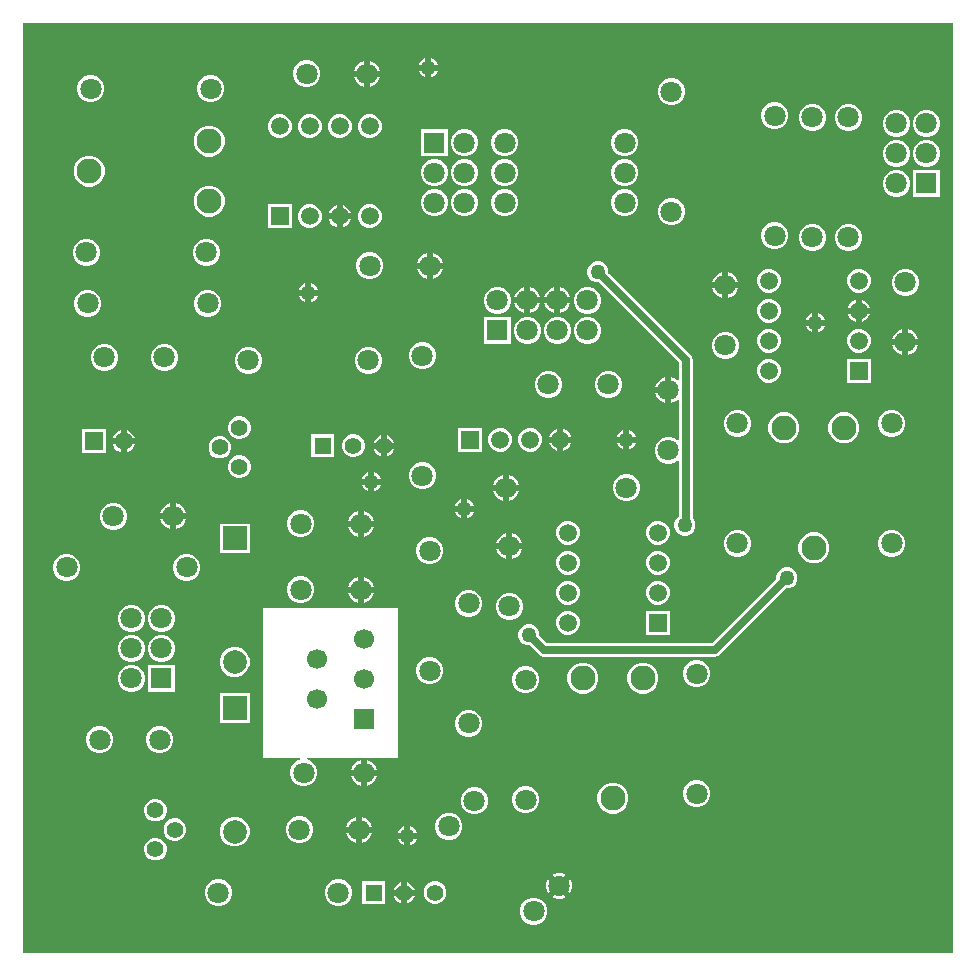
<source format=gbr>
%TF.GenerationSoftware,Altium Limited,Altium Designer,22.4.2 (48)*%
G04 Layer_Physical_Order=1*
G04 Layer_Color=255*
%FSLAX45Y45*%
%MOMM*%
%TF.SameCoordinates,99241487-3E5C-49DD-A6E2-B0988CEEC4B7*%
%TF.FilePolarity,Positive*%
%TF.FileFunction,Copper,L1,Top,Signal*%
%TF.Part,Single*%
G01*
G75*
%TA.AperFunction,Conductor*%
%ADD10C,0.63500*%
%TA.AperFunction,ComponentPad*%
%ADD11C,1.80000*%
%ADD12C,1.39700*%
%ADD13R,1.50000X1.50000*%
%ADD14C,1.50000*%
%ADD15R,1.40000X1.40000*%
%ADD16C,1.40000*%
%ADD17C,1.70000*%
%ADD18R,1.70000X1.70000*%
%ADD19R,1.80000X1.80000*%
%ADD20C,2.10820*%
%ADD21R,1.50000X1.50000*%
%ADD22C,2.00000*%
%ADD23R,2.00000X2.00000*%
%ADD24R,1.80000X1.80000*%
%TA.AperFunction,ViaPad*%
%ADD25C,1.27000*%
G36*
X7874000Y0D02*
X0D01*
Y7874000D01*
X7874000D01*
Y0D01*
D02*
G37*
%LPC*%
G36*
X3454000Y7573024D02*
Y7518000D01*
X3509024D01*
X3499788Y7540299D01*
X3476299Y7563788D01*
X3454000Y7573024D01*
D02*
G37*
G36*
X3404000D02*
X3381701Y7563788D01*
X3358212Y7540299D01*
X3348976Y7518000D01*
X3404000D01*
Y7573024D01*
D02*
G37*
G36*
X2933300Y7550908D02*
Y7467200D01*
X3017008D01*
X3001553Y7504510D01*
X2970610Y7535453D01*
X2933300Y7550908D01*
D02*
G37*
G36*
X2883300D02*
X2845990Y7535453D01*
X2815047Y7504510D01*
X2799592Y7467200D01*
X2883300D01*
Y7550908D01*
D02*
G37*
G36*
X3509024Y7468000D02*
X3454000D01*
Y7412976D01*
X3476299Y7422212D01*
X3499788Y7445701D01*
X3509024Y7468000D01*
D02*
G37*
G36*
X3404000D02*
X3348976D01*
X3358212Y7445701D01*
X3381701Y7422212D01*
X3404000Y7412976D01*
Y7468000D01*
D02*
G37*
G36*
X3017008Y7417200D02*
X2933300D01*
Y7333492D01*
X2970610Y7348947D01*
X3001553Y7379890D01*
X3017008Y7417200D01*
D02*
G37*
G36*
X2883300D02*
X2799592D01*
X2815047Y7379890D01*
X2845990Y7348947D01*
X2883300Y7333492D01*
Y7417200D01*
D02*
G37*
G36*
X2423254Y7557600D02*
X2377346D01*
X2334931Y7540031D01*
X2302469Y7507569D01*
X2284900Y7465154D01*
Y7419246D01*
X2302469Y7376831D01*
X2334931Y7344369D01*
X2377346Y7326800D01*
X2423254D01*
X2465669Y7344369D01*
X2498131Y7376831D01*
X2515700Y7419246D01*
Y7465154D01*
X2498131Y7507569D01*
X2465669Y7540031D01*
X2423254Y7557600D01*
D02*
G37*
G36*
X1610454Y7430600D02*
X1564545D01*
X1522131Y7413031D01*
X1489669Y7380569D01*
X1472100Y7338154D01*
Y7292246D01*
X1489669Y7249831D01*
X1522131Y7217369D01*
X1564545Y7199800D01*
X1610454D01*
X1652868Y7217369D01*
X1685331Y7249831D01*
X1702900Y7292246D01*
Y7338154D01*
X1685331Y7380569D01*
X1652868Y7413031D01*
X1610454Y7430600D01*
D02*
G37*
G36*
X594454D02*
X548546D01*
X506131Y7413031D01*
X473669Y7380569D01*
X456100Y7338154D01*
Y7292246D01*
X473669Y7249831D01*
X506131Y7217369D01*
X548546Y7199800D01*
X594454D01*
X636869Y7217369D01*
X669331Y7249831D01*
X686900Y7292246D01*
Y7338154D01*
X669331Y7380569D01*
X636869Y7413031D01*
X594454Y7430600D01*
D02*
G37*
G36*
X5509354Y7405200D02*
X5463446D01*
X5421031Y7387631D01*
X5388569Y7355169D01*
X5371000Y7312755D01*
Y7266846D01*
X5388569Y7224432D01*
X5421031Y7191969D01*
X5463446Y7174400D01*
X5509354D01*
X5551769Y7191969D01*
X5584231Y7224432D01*
X5601800Y7266846D01*
Y7312755D01*
X5584231Y7355169D01*
X5551769Y7387631D01*
X5509354Y7405200D01*
D02*
G37*
G36*
X6385654Y7202000D02*
X6339745D01*
X6297331Y7184431D01*
X6264869Y7151969D01*
X6247300Y7109555D01*
Y7063646D01*
X6264869Y7021232D01*
X6297331Y6988769D01*
X6339745Y6971200D01*
X6385654D01*
X6428068Y6988769D01*
X6460531Y7021232D01*
X6478100Y7063646D01*
Y7109555D01*
X6460531Y7151969D01*
X6428068Y7184431D01*
X6385654Y7202000D01*
D02*
G37*
G36*
X7007954Y7189300D02*
X6962046D01*
X6919631Y7171731D01*
X6887169Y7139269D01*
X6869600Y7096855D01*
Y7050946D01*
X6887169Y7008532D01*
X6919631Y6976069D01*
X6962046Y6958500D01*
X7007954D01*
X7050369Y6976069D01*
X7082831Y7008532D01*
X7100400Y7050946D01*
Y7096855D01*
X7082831Y7139269D01*
X7050369Y7171731D01*
X7007954Y7189300D01*
D02*
G37*
G36*
X6703154D02*
X6657246D01*
X6614831Y7171731D01*
X6582369Y7139269D01*
X6564800Y7096855D01*
Y7050946D01*
X6582369Y7008532D01*
X6614831Y6976069D01*
X6657246Y6958500D01*
X6703154D01*
X6745569Y6976069D01*
X6778031Y7008532D01*
X6795600Y7050946D01*
Y7096855D01*
X6778031Y7139269D01*
X6745569Y7171731D01*
X6703154Y7189300D01*
D02*
G37*
G36*
X7668354Y7138500D02*
X7622446D01*
X7580031Y7120931D01*
X7547569Y7088469D01*
X7530000Y7046054D01*
Y7000146D01*
X7547569Y6957731D01*
X7580031Y6925269D01*
X7622446Y6907700D01*
X7668354D01*
X7710769Y6925269D01*
X7743231Y6957731D01*
X7760800Y7000146D01*
Y7046054D01*
X7743231Y7088469D01*
X7710769Y7120931D01*
X7668354Y7138500D01*
D02*
G37*
G36*
X7414354D02*
X7368445D01*
X7326031Y7120931D01*
X7293569Y7088469D01*
X7276000Y7046054D01*
Y7000146D01*
X7293569Y6957731D01*
X7326031Y6925269D01*
X7368445Y6907700D01*
X7414354D01*
X7456768Y6925269D01*
X7489231Y6957731D01*
X7506800Y7000146D01*
Y7046054D01*
X7489231Y7088469D01*
X7456768Y7120931D01*
X7414354Y7138500D01*
D02*
G37*
G36*
X2953671Y7098100D02*
X2913729D01*
X2876828Y7082815D01*
X2848585Y7054572D01*
X2833300Y7017671D01*
Y6977729D01*
X2848585Y6940828D01*
X2876828Y6912585D01*
X2913729Y6897300D01*
X2953671D01*
X2990572Y6912585D01*
X3018815Y6940828D01*
X3034100Y6977729D01*
Y7017671D01*
X3018815Y7054572D01*
X2990572Y7082815D01*
X2953671Y7098100D01*
D02*
G37*
G36*
X2699671D02*
X2659729D01*
X2622828Y7082815D01*
X2594585Y7054572D01*
X2579300Y7017671D01*
Y6977729D01*
X2594585Y6940828D01*
X2622828Y6912585D01*
X2659729Y6897300D01*
X2699671D01*
X2736572Y6912585D01*
X2764815Y6940828D01*
X2780100Y6977729D01*
Y7017671D01*
X2764815Y7054572D01*
X2736572Y7082815D01*
X2699671Y7098100D01*
D02*
G37*
G36*
X2445671D02*
X2405729D01*
X2368828Y7082815D01*
X2340585Y7054572D01*
X2325300Y7017671D01*
Y6977729D01*
X2340585Y6940828D01*
X2368828Y6912585D01*
X2405729Y6897300D01*
X2445671D01*
X2482572Y6912585D01*
X2510815Y6940828D01*
X2526100Y6977729D01*
Y7017671D01*
X2510815Y7054572D01*
X2482572Y7082815D01*
X2445671Y7098100D01*
D02*
G37*
G36*
X2191671D02*
X2151729D01*
X2114828Y7082815D01*
X2086585Y7054572D01*
X2071300Y7017671D01*
Y6977729D01*
X2086585Y6940828D01*
X2114828Y6912585D01*
X2151729Y6897300D01*
X2191671D01*
X2228572Y6912585D01*
X2256815Y6940828D01*
X2272100Y6977729D01*
Y7017671D01*
X2256815Y7054572D01*
X2228572Y7082815D01*
X2191671Y7098100D01*
D02*
G37*
G36*
X5115655Y6973400D02*
X5069746D01*
X5027332Y6955831D01*
X4994869Y6923369D01*
X4977300Y6880954D01*
Y6835046D01*
X4994869Y6792631D01*
X5027332Y6760169D01*
X5069746Y6742600D01*
X5115655D01*
X5158069Y6760169D01*
X5190531Y6792631D01*
X5208100Y6835046D01*
Y6880954D01*
X5190531Y6923369D01*
X5158069Y6955831D01*
X5115655Y6973400D01*
D02*
G37*
G36*
X4099654D02*
X4053745D01*
X4011331Y6955831D01*
X3978869Y6923369D01*
X3961300Y6880954D01*
Y6835046D01*
X3978869Y6792631D01*
X4011331Y6760169D01*
X4053745Y6742600D01*
X4099654D01*
X4142068Y6760169D01*
X4174531Y6792631D01*
X4192100Y6835046D01*
Y6880954D01*
X4174531Y6923369D01*
X4142068Y6955831D01*
X4099654Y6973400D01*
D02*
G37*
G36*
X3756754D02*
X3710846D01*
X3668431Y6955831D01*
X3635969Y6923369D01*
X3618400Y6880954D01*
Y6835046D01*
X3635969Y6792631D01*
X3668431Y6760169D01*
X3710846Y6742600D01*
X3756754D01*
X3799169Y6760169D01*
X3831631Y6792631D01*
X3849200Y6835046D01*
Y6880954D01*
X3831631Y6923369D01*
X3799169Y6955831D01*
X3756754Y6973400D01*
D02*
G37*
G36*
X3595200D02*
X3364400D01*
Y6742600D01*
X3595200D01*
Y6973400D01*
D02*
G37*
G36*
X1600820Y7001510D02*
X1548780D01*
X1500702Y6981595D01*
X1463905Y6944798D01*
X1443990Y6896720D01*
Y6844680D01*
X1463905Y6796602D01*
X1500702Y6759805D01*
X1548780Y6739890D01*
X1600820D01*
X1648898Y6759805D01*
X1685695Y6796602D01*
X1705610Y6844680D01*
Y6896720D01*
X1685695Y6944798D01*
X1648898Y6981595D01*
X1600820Y7001510D01*
D02*
G37*
G36*
X7668354Y6884500D02*
X7622446D01*
X7580031Y6866931D01*
X7547569Y6834469D01*
X7530000Y6792054D01*
Y6746146D01*
X7547569Y6703731D01*
X7580031Y6671269D01*
X7622446Y6653700D01*
X7668354D01*
X7710769Y6671269D01*
X7743231Y6703731D01*
X7760800Y6746146D01*
Y6792054D01*
X7743231Y6834469D01*
X7710769Y6866931D01*
X7668354Y6884500D01*
D02*
G37*
G36*
X7414354D02*
X7368446D01*
X7326031Y6866931D01*
X7293569Y6834469D01*
X7276000Y6792054D01*
Y6746146D01*
X7293569Y6703731D01*
X7326031Y6671269D01*
X7368446Y6653700D01*
X7414354D01*
X7456769Y6671269D01*
X7489231Y6703731D01*
X7506800Y6746146D01*
Y6792054D01*
X7489231Y6834469D01*
X7456769Y6866931D01*
X7414354Y6884500D01*
D02*
G37*
G36*
X5115655Y6719400D02*
X5069746D01*
X5027332Y6701831D01*
X4994869Y6669369D01*
X4977300Y6626954D01*
Y6581046D01*
X4994869Y6538631D01*
X5027332Y6506169D01*
X5069746Y6488600D01*
X5115655D01*
X5158069Y6506169D01*
X5190531Y6538631D01*
X5208100Y6581046D01*
Y6626954D01*
X5190531Y6669369D01*
X5158069Y6701831D01*
X5115655Y6719400D01*
D02*
G37*
G36*
X4099654D02*
X4053745D01*
X4011331Y6701831D01*
X3978869Y6669369D01*
X3961300Y6626954D01*
Y6581046D01*
X3978869Y6538631D01*
X4011331Y6506169D01*
X4053745Y6488600D01*
X4099654D01*
X4142068Y6506169D01*
X4174531Y6538631D01*
X4192100Y6581046D01*
Y6626954D01*
X4174531Y6669369D01*
X4142068Y6701831D01*
X4099654Y6719400D01*
D02*
G37*
G36*
X3756754D02*
X3710846D01*
X3668431Y6701831D01*
X3635969Y6669369D01*
X3618400Y6626954D01*
Y6581046D01*
X3635969Y6538631D01*
X3668431Y6506169D01*
X3710846Y6488600D01*
X3756754D01*
X3799169Y6506169D01*
X3831631Y6538631D01*
X3849200Y6581046D01*
Y6626954D01*
X3831631Y6669369D01*
X3799169Y6701831D01*
X3756754Y6719400D01*
D02*
G37*
G36*
X3502754D02*
X3456846D01*
X3414431Y6701831D01*
X3381969Y6669369D01*
X3364400Y6626954D01*
Y6581046D01*
X3381969Y6538631D01*
X3414431Y6506169D01*
X3456846Y6488600D01*
X3502754D01*
X3545169Y6506169D01*
X3577631Y6538631D01*
X3595200Y6581046D01*
Y6626954D01*
X3577631Y6669369D01*
X3545169Y6701831D01*
X3502754Y6719400D01*
D02*
G37*
G36*
X584820Y6747510D02*
X532780D01*
X484702Y6727595D01*
X447905Y6690798D01*
X427990Y6642720D01*
Y6590680D01*
X447905Y6542602D01*
X484702Y6505805D01*
X532780Y6485890D01*
X584820D01*
X632898Y6505805D01*
X669695Y6542602D01*
X689610Y6590680D01*
Y6642720D01*
X669695Y6690798D01*
X632898Y6727595D01*
X584820Y6747510D01*
D02*
G37*
G36*
X7414354Y6630500D02*
X7368446D01*
X7326031Y6612931D01*
X7293569Y6580469D01*
X7276000Y6538054D01*
Y6492146D01*
X7293569Y6449731D01*
X7326031Y6417269D01*
X7368446Y6399700D01*
X7414354D01*
X7456769Y6417269D01*
X7489231Y6449731D01*
X7506800Y6492146D01*
Y6538054D01*
X7489231Y6580469D01*
X7456769Y6612931D01*
X7414354Y6630500D01*
D02*
G37*
G36*
X7760800Y6630500D02*
X7530000D01*
Y6399700D01*
X7760800D01*
Y6630500D01*
D02*
G37*
G36*
X2704700Y6328172D02*
Y6260700D01*
X2772172D01*
X2760237Y6289513D01*
X2733513Y6316237D01*
X2704700Y6328172D01*
D02*
G37*
G36*
X2654700D02*
X2625887Y6316237D01*
X2599163Y6289513D01*
X2587228Y6260700D01*
X2654700D01*
Y6328172D01*
D02*
G37*
G36*
X5115655Y6465400D02*
X5069746D01*
X5027332Y6447831D01*
X4994869Y6415369D01*
X4977300Y6372954D01*
Y6327046D01*
X4994869Y6284631D01*
X5027332Y6252169D01*
X5069746Y6234600D01*
X5115655D01*
X5158069Y6252169D01*
X5190531Y6284631D01*
X5208100Y6327046D01*
Y6372954D01*
X5190531Y6415369D01*
X5158069Y6447831D01*
X5115655Y6465400D01*
D02*
G37*
G36*
X4099654D02*
X4053745D01*
X4011331Y6447831D01*
X3978869Y6415369D01*
X3961300Y6372954D01*
Y6327046D01*
X3978869Y6284631D01*
X4011331Y6252169D01*
X4053745Y6234600D01*
X4099654D01*
X4142068Y6252169D01*
X4174531Y6284631D01*
X4192100Y6327046D01*
Y6372954D01*
X4174531Y6415369D01*
X4142068Y6447831D01*
X4099654Y6465400D01*
D02*
G37*
G36*
X3756754D02*
X3710846D01*
X3668431Y6447831D01*
X3635969Y6415369D01*
X3618400Y6372954D01*
Y6327046D01*
X3635969Y6284631D01*
X3668431Y6252169D01*
X3710846Y6234600D01*
X3756754D01*
X3799169Y6252169D01*
X3831631Y6284631D01*
X3849200Y6327046D01*
Y6372954D01*
X3831631Y6415369D01*
X3799169Y6447831D01*
X3756754Y6465400D01*
D02*
G37*
G36*
X3502754D02*
X3456846D01*
X3414431Y6447831D01*
X3381969Y6415369D01*
X3364400Y6372954D01*
Y6327046D01*
X3381969Y6284631D01*
X3414431Y6252169D01*
X3456846Y6234600D01*
X3502754D01*
X3545169Y6252169D01*
X3577631Y6284631D01*
X3595200Y6327046D01*
Y6372954D01*
X3577631Y6415369D01*
X3545169Y6447831D01*
X3502754Y6465400D01*
D02*
G37*
G36*
X1600820Y6493510D02*
X1548780D01*
X1500702Y6473595D01*
X1463905Y6436798D01*
X1443990Y6388720D01*
Y6336680D01*
X1463905Y6288602D01*
X1500702Y6251805D01*
X1548780Y6231890D01*
X1600820D01*
X1648898Y6251805D01*
X1685695Y6288602D01*
X1705610Y6336680D01*
Y6388720D01*
X1685695Y6436798D01*
X1648898Y6473595D01*
X1600820Y6493510D01*
D02*
G37*
G36*
X5509354Y6389200D02*
X5463446D01*
X5421031Y6371631D01*
X5388569Y6339168D01*
X5371000Y6296754D01*
Y6250845D01*
X5388569Y6208431D01*
X5421031Y6175969D01*
X5463446Y6158400D01*
X5509354D01*
X5551769Y6175969D01*
X5584231Y6208431D01*
X5601800Y6250845D01*
Y6296754D01*
X5584231Y6339168D01*
X5551769Y6371631D01*
X5509354Y6389200D01*
D02*
G37*
G36*
X2772172Y6210700D02*
X2704700D01*
Y6143228D01*
X2733513Y6155163D01*
X2760237Y6181887D01*
X2772172Y6210700D01*
D02*
G37*
G36*
X2654700D02*
X2587228D01*
X2599163Y6181887D01*
X2625887Y6155163D01*
X2654700Y6143228D01*
Y6210700D01*
D02*
G37*
G36*
X2953671Y6336100D02*
X2913729D01*
X2876828Y6320815D01*
X2848585Y6292572D01*
X2833300Y6255671D01*
Y6215729D01*
X2848585Y6178828D01*
X2876828Y6150585D01*
X2913729Y6135300D01*
X2953671D01*
X2990572Y6150585D01*
X3018815Y6178828D01*
X3034100Y6215729D01*
Y6255671D01*
X3018815Y6292572D01*
X2990572Y6320815D01*
X2953671Y6336100D01*
D02*
G37*
G36*
X2445671D02*
X2405729D01*
X2368828Y6320815D01*
X2340585Y6292572D01*
X2325300Y6255671D01*
Y6215729D01*
X2340585Y6178828D01*
X2368828Y6150585D01*
X2405729Y6135300D01*
X2445671D01*
X2482572Y6150585D01*
X2510815Y6178828D01*
X2526100Y6215729D01*
Y6255671D01*
X2510815Y6292572D01*
X2482572Y6320815D01*
X2445671Y6336100D01*
D02*
G37*
G36*
X2272100D02*
X2071300D01*
Y6135300D01*
X2272100D01*
Y6336100D01*
D02*
G37*
G36*
X6385654Y6186000D02*
X6339746D01*
X6297331Y6168431D01*
X6264869Y6135968D01*
X6247300Y6093554D01*
Y6047645D01*
X6264869Y6005231D01*
X6297331Y5972769D01*
X6339746Y5955200D01*
X6385654D01*
X6428069Y5972769D01*
X6460531Y6005231D01*
X6478100Y6047645D01*
Y6093554D01*
X6460531Y6135968D01*
X6428069Y6168431D01*
X6385654Y6186000D01*
D02*
G37*
G36*
X7007954Y6173300D02*
X6962046D01*
X6919631Y6155731D01*
X6887169Y6123268D01*
X6869600Y6080854D01*
Y6034945D01*
X6887169Y5992531D01*
X6919631Y5960069D01*
X6962046Y5942500D01*
X7007954D01*
X7050369Y5960069D01*
X7082831Y5992531D01*
X7100400Y6034945D01*
Y6080854D01*
X7082831Y6123268D01*
X7050369Y6155731D01*
X7007954Y6173300D01*
D02*
G37*
G36*
X6703154D02*
X6657246D01*
X6614831Y6155731D01*
X6582369Y6123268D01*
X6564800Y6080854D01*
Y6034945D01*
X6582369Y5992531D01*
X6614831Y5960069D01*
X6657246Y5942500D01*
X6703154D01*
X6745569Y5960069D01*
X6778031Y5992531D01*
X6795600Y6034945D01*
Y6080854D01*
X6778031Y6123268D01*
X6745569Y6155731D01*
X6703154Y6173300D01*
D02*
G37*
G36*
X3466700Y5925308D02*
Y5841600D01*
X3550408D01*
X3534953Y5878910D01*
X3504010Y5909853D01*
X3466700Y5925308D01*
D02*
G37*
G36*
X3416700D02*
X3379390Y5909853D01*
X3348447Y5878910D01*
X3332992Y5841600D01*
X3416700D01*
Y5925308D01*
D02*
G37*
G36*
X556354Y6046300D02*
X510445D01*
X468031Y6028731D01*
X435569Y5996269D01*
X418000Y5953855D01*
Y5907946D01*
X435569Y5865532D01*
X468031Y5833069D01*
X510445Y5815500D01*
X556354D01*
X598768Y5833069D01*
X631231Y5865532D01*
X648800Y5907946D01*
Y5953855D01*
X631231Y5996269D01*
X598768Y6028731D01*
X556354Y6046300D01*
D02*
G37*
G36*
X1572354Y6046300D02*
X1526445D01*
X1484031Y6028731D01*
X1451569Y5996269D01*
X1434000Y5953854D01*
Y5907946D01*
X1451569Y5865531D01*
X1484031Y5833069D01*
X1526445Y5815500D01*
X1572354D01*
X1614768Y5833069D01*
X1647231Y5865531D01*
X1664800Y5907946D01*
Y5953854D01*
X1647231Y5996269D01*
X1614768Y6028731D01*
X1572354Y6046300D01*
D02*
G37*
G36*
X3550408Y5791600D02*
X3466700D01*
Y5707892D01*
X3504010Y5723347D01*
X3534953Y5754290D01*
X3550408Y5791600D01*
D02*
G37*
G36*
X3416700D02*
X3332992D01*
X3348447Y5754290D01*
X3379390Y5723347D01*
X3416700Y5707892D01*
Y5791600D01*
D02*
G37*
G36*
X2956654Y5932000D02*
X2910746D01*
X2868331Y5914431D01*
X2835869Y5881969D01*
X2818300Y5839554D01*
Y5793646D01*
X2835869Y5751231D01*
X2868331Y5718769D01*
X2910746Y5701200D01*
X2956654D01*
X2999069Y5718769D01*
X3031531Y5751231D01*
X3049100Y5793646D01*
Y5839554D01*
X3031531Y5881969D01*
X2999069Y5914431D01*
X2956654Y5932000D01*
D02*
G37*
G36*
X5968600Y5760208D02*
Y5676500D01*
X6052308D01*
X6036853Y5713810D01*
X6005910Y5744753D01*
X5968600Y5760208D01*
D02*
G37*
G36*
X5918600D02*
X5881290Y5744753D01*
X5850347Y5713810D01*
X5834892Y5676500D01*
X5918600D01*
Y5760208D01*
D02*
G37*
G36*
X2438000Y5668024D02*
Y5613000D01*
X2493024D01*
X2483788Y5635299D01*
X2460299Y5658788D01*
X2438000Y5668024D01*
D02*
G37*
G36*
X2388000D02*
X2365701Y5658788D01*
X2342212Y5635299D01*
X2332976Y5613000D01*
X2388000D01*
Y5668024D01*
D02*
G37*
G36*
X7093870Y5790000D02*
X7053929D01*
X7017028Y5774715D01*
X6988785Y5746472D01*
X6973500Y5709571D01*
Y5669629D01*
X6988785Y5632728D01*
X7017028Y5604485D01*
X7053929Y5589200D01*
X7093870D01*
X7130772Y5604485D01*
X7159015Y5632728D01*
X7174300Y5669629D01*
Y5709571D01*
X7159015Y5746472D01*
X7130772Y5774715D01*
X7093870Y5790000D01*
D02*
G37*
G36*
X6331871D02*
X6291930D01*
X6255028Y5774715D01*
X6226785Y5746472D01*
X6211500Y5709571D01*
Y5669629D01*
X6226785Y5632728D01*
X6255028Y5604485D01*
X6291930Y5589200D01*
X6331871D01*
X6368772Y5604485D01*
X6397015Y5632728D01*
X6412300Y5669629D01*
Y5709571D01*
X6397015Y5746472D01*
X6368772Y5774715D01*
X6331871Y5790000D01*
D02*
G37*
G36*
X7490554Y5792300D02*
X7444646D01*
X7402231Y5774731D01*
X7369769Y5742268D01*
X7352200Y5699854D01*
Y5653945D01*
X7369769Y5611531D01*
X7402231Y5579069D01*
X7444646Y5561500D01*
X7490554D01*
X7532969Y5579069D01*
X7565431Y5611531D01*
X7583000Y5653945D01*
Y5699854D01*
X7565431Y5742268D01*
X7532969Y5774731D01*
X7490554Y5792300D01*
D02*
G37*
G36*
X4546200Y5633208D02*
Y5549500D01*
X4629908D01*
X4614453Y5586810D01*
X4583510Y5617753D01*
X4546200Y5633208D01*
D02*
G37*
G36*
X4496200D02*
X4458890Y5617753D01*
X4427947Y5586810D01*
X4412492Y5549500D01*
X4496200D01*
Y5633208D01*
D02*
G37*
G36*
X4292200D02*
Y5549500D01*
X4375908D01*
X4360453Y5586810D01*
X4329510Y5617753D01*
X4292200Y5633208D01*
D02*
G37*
G36*
X4242200D02*
X4204890Y5617753D01*
X4173947Y5586810D01*
X4158492Y5549500D01*
X4242200D01*
Y5633208D01*
D02*
G37*
G36*
X6052308Y5626500D02*
X5968600D01*
Y5542792D01*
X6005910Y5558247D01*
X6036853Y5589190D01*
X6052308Y5626500D01*
D02*
G37*
G36*
X5918600D02*
X5834892D01*
X5850347Y5589190D01*
X5881290Y5558247D01*
X5918600Y5542792D01*
Y5626500D01*
D02*
G37*
G36*
X2493024Y5563000D02*
X2438000D01*
Y5507976D01*
X2460299Y5517212D01*
X2483788Y5540701D01*
X2493024Y5563000D01*
D02*
G37*
G36*
X2388000D02*
X2332976D01*
X2342212Y5540701D01*
X2365701Y5517212D01*
X2388000Y5507976D01*
Y5563000D01*
D02*
G37*
G36*
X7098900Y5528071D02*
Y5460600D01*
X7166371D01*
X7154437Y5489413D01*
X7127713Y5516137D01*
X7098900Y5528071D01*
D02*
G37*
G36*
X7048900Y5528072D02*
X7020087Y5516137D01*
X6993363Y5489413D01*
X6981428Y5460600D01*
X7048900D01*
Y5528072D01*
D02*
G37*
G36*
X4629908Y5499500D02*
X4546200D01*
Y5415792D01*
X4583510Y5431247D01*
X4614453Y5462190D01*
X4629908Y5499500D01*
D02*
G37*
G36*
X4496200D02*
X4412492D01*
X4427947Y5462190D01*
X4458890Y5431247D01*
X4496200Y5415792D01*
Y5499500D01*
D02*
G37*
G36*
X4375908D02*
X4292200D01*
Y5415792D01*
X4329510Y5431247D01*
X4360453Y5462190D01*
X4375908Y5499500D01*
D02*
G37*
G36*
X4242200D02*
X4158492D01*
X4173947Y5462190D01*
X4204890Y5431247D01*
X4242200Y5415792D01*
Y5499500D01*
D02*
G37*
G36*
X4798155Y5639900D02*
X4752246D01*
X4709832Y5622331D01*
X4677369Y5589869D01*
X4659800Y5547454D01*
Y5501546D01*
X4677369Y5459131D01*
X4709832Y5426669D01*
X4752246Y5409100D01*
X4798155D01*
X4840569Y5426669D01*
X4873031Y5459131D01*
X4890600Y5501546D01*
Y5547454D01*
X4873031Y5589869D01*
X4840569Y5622331D01*
X4798155Y5639900D01*
D02*
G37*
G36*
X4036154D02*
X3990246D01*
X3947831Y5622331D01*
X3915369Y5589869D01*
X3897800Y5547454D01*
Y5501546D01*
X3915369Y5459131D01*
X3947831Y5426669D01*
X3990246Y5409100D01*
X4036154D01*
X4078569Y5426669D01*
X4111031Y5459131D01*
X4128600Y5501546D01*
Y5547454D01*
X4111031Y5589869D01*
X4078569Y5622331D01*
X4036154Y5639900D01*
D02*
G37*
G36*
X1585055Y5614500D02*
X1539146D01*
X1496732Y5596931D01*
X1464269Y5564469D01*
X1446700Y5522054D01*
Y5476146D01*
X1464269Y5433731D01*
X1496732Y5401269D01*
X1539146Y5383700D01*
X1585055D01*
X1627469Y5401269D01*
X1659931Y5433731D01*
X1677500Y5476146D01*
Y5522054D01*
X1659931Y5564469D01*
X1627469Y5596931D01*
X1585055Y5614500D01*
D02*
G37*
G36*
X569054D02*
X523145D01*
X480731Y5596931D01*
X448269Y5564469D01*
X430700Y5522054D01*
Y5476146D01*
X448269Y5433731D01*
X480731Y5401269D01*
X523145Y5383700D01*
X569054D01*
X611468Y5401269D01*
X643931Y5433731D01*
X661500Y5476146D01*
Y5522054D01*
X643931Y5564469D01*
X611468Y5596931D01*
X569054Y5614500D01*
D02*
G37*
G36*
X6730600Y5414024D02*
Y5359000D01*
X6785624D01*
X6776388Y5381299D01*
X6752899Y5404788D01*
X6730600Y5414024D01*
D02*
G37*
G36*
X6680600D02*
X6658301Y5404788D01*
X6634812Y5381299D01*
X6625576Y5359000D01*
X6680600D01*
Y5414024D01*
D02*
G37*
G36*
X7166371Y5410600D02*
X7098900D01*
Y5343129D01*
X7127713Y5355063D01*
X7154437Y5381787D01*
X7166371Y5410600D01*
D02*
G37*
G36*
X7048900D02*
X6981428D01*
X6993363Y5381787D01*
X7020087Y5355063D01*
X7048900Y5343128D01*
Y5410600D01*
D02*
G37*
G36*
X6331871Y5536000D02*
X6291929D01*
X6255028Y5520715D01*
X6226785Y5492472D01*
X6211500Y5455571D01*
Y5415629D01*
X6226785Y5378728D01*
X6255028Y5350485D01*
X6291929Y5335200D01*
X6331871D01*
X6368772Y5350485D01*
X6397015Y5378728D01*
X6412300Y5415629D01*
Y5455571D01*
X6397015Y5492472D01*
X6368772Y5520715D01*
X6331871Y5536000D01*
D02*
G37*
G36*
X6785624Y5309000D02*
X6730600D01*
Y5253976D01*
X6752899Y5263212D01*
X6776388Y5286701D01*
X6785624Y5309000D01*
D02*
G37*
G36*
X6680600D02*
X6625576D01*
X6634812Y5286701D01*
X6658301Y5263212D01*
X6680600Y5253976D01*
Y5309000D01*
D02*
G37*
G36*
X7492600Y5277608D02*
Y5193900D01*
X7576308D01*
X7560853Y5231210D01*
X7529910Y5262153D01*
X7492600Y5277608D01*
D02*
G37*
G36*
X7442600D02*
X7405290Y5262153D01*
X7374347Y5231210D01*
X7358892Y5193900D01*
X7442600D01*
Y5277608D01*
D02*
G37*
G36*
X4798155Y5385900D02*
X4752246D01*
X4709832Y5368331D01*
X4677369Y5335869D01*
X4659800Y5293454D01*
Y5247546D01*
X4677369Y5205131D01*
X4709832Y5172669D01*
X4752246Y5155100D01*
X4798155D01*
X4840569Y5172669D01*
X4873031Y5205131D01*
X4890600Y5247546D01*
Y5293454D01*
X4873031Y5335869D01*
X4840569Y5368331D01*
X4798155Y5385900D01*
D02*
G37*
G36*
X4544154D02*
X4498246D01*
X4455831Y5368331D01*
X4423369Y5335869D01*
X4405800Y5293454D01*
Y5247546D01*
X4423369Y5205131D01*
X4455831Y5172669D01*
X4498246Y5155100D01*
X4544154D01*
X4586569Y5172669D01*
X4619031Y5205131D01*
X4636600Y5247546D01*
Y5293454D01*
X4619031Y5335869D01*
X4586569Y5368331D01*
X4544154Y5385900D01*
D02*
G37*
G36*
X4290154D02*
X4244246D01*
X4201831Y5368331D01*
X4169369Y5335869D01*
X4151800Y5293454D01*
Y5247546D01*
X4169369Y5205131D01*
X4201831Y5172669D01*
X4244246Y5155100D01*
X4290154D01*
X4332569Y5172669D01*
X4365031Y5205131D01*
X4382600Y5247546D01*
Y5293454D01*
X4365031Y5335869D01*
X4332569Y5368331D01*
X4290154Y5385900D01*
D02*
G37*
G36*
X4128600D02*
X3897800D01*
Y5155100D01*
X4128600D01*
Y5385900D01*
D02*
G37*
G36*
X7093870Y5282000D02*
X7053929D01*
X7017028Y5266715D01*
X6988785Y5238472D01*
X6973500Y5201571D01*
Y5161630D01*
X6988785Y5124728D01*
X7017028Y5096485D01*
X7053929Y5081200D01*
X7093870D01*
X7130772Y5096485D01*
X7159015Y5124728D01*
X7174300Y5161630D01*
Y5201571D01*
X7159015Y5238472D01*
X7130772Y5266715D01*
X7093870Y5282000D01*
D02*
G37*
G36*
X6331871Y5282000D02*
X6291929D01*
X6255028Y5266715D01*
X6226785Y5238472D01*
X6211500Y5201571D01*
Y5161629D01*
X6226785Y5124728D01*
X6255028Y5096485D01*
X6291929Y5081200D01*
X6331871D01*
X6368772Y5096485D01*
X6397015Y5124728D01*
X6412300Y5161629D01*
Y5201571D01*
X6397015Y5238472D01*
X6368772Y5266715D01*
X6331871Y5282000D01*
D02*
G37*
G36*
X7576308Y5143900D02*
X7492600D01*
Y5060192D01*
X7529910Y5075647D01*
X7560853Y5106590D01*
X7576308Y5143900D01*
D02*
G37*
G36*
X7442600D02*
X7358892D01*
X7374347Y5106590D01*
X7405290Y5075647D01*
X7442600Y5060192D01*
Y5143900D01*
D02*
G37*
G36*
X5966554Y5258900D02*
X5920646D01*
X5878231Y5241331D01*
X5845769Y5208869D01*
X5828200Y5166454D01*
Y5120546D01*
X5845769Y5078131D01*
X5878231Y5045669D01*
X5920646Y5028100D01*
X5966554D01*
X6008969Y5045669D01*
X6041431Y5078131D01*
X6059000Y5120546D01*
Y5166454D01*
X6041431Y5208869D01*
X6008969Y5241331D01*
X5966554Y5258900D01*
D02*
G37*
G36*
X3401154Y5170000D02*
X3355246D01*
X3312831Y5152431D01*
X3280369Y5119969D01*
X3262800Y5077555D01*
Y5031646D01*
X3280369Y4989232D01*
X3312831Y4956769D01*
X3355246Y4939200D01*
X3401154D01*
X3443569Y4956769D01*
X3476031Y4989232D01*
X3493600Y5031646D01*
Y5077555D01*
X3476031Y5119969D01*
X3443569Y5152431D01*
X3401154Y5170000D01*
D02*
G37*
G36*
X1216754Y5157300D02*
X1170845D01*
X1128431Y5139731D01*
X1095969Y5107269D01*
X1078400Y5064854D01*
Y5018946D01*
X1095969Y4976531D01*
X1128431Y4944069D01*
X1170845Y4926500D01*
X1216754D01*
X1259168Y4944069D01*
X1291631Y4976531D01*
X1309200Y5018946D01*
Y5064854D01*
X1291631Y5107269D01*
X1259168Y5139731D01*
X1216754Y5157300D01*
D02*
G37*
G36*
X708755D02*
X662846D01*
X620432Y5139731D01*
X587969Y5107269D01*
X570400Y5064854D01*
Y5018946D01*
X587969Y4976531D01*
X620432Y4944069D01*
X662846Y4926500D01*
X708755D01*
X751169Y4944069D01*
X783631Y4976531D01*
X801200Y5018946D01*
Y5064854D01*
X783631Y5107269D01*
X751169Y5139731D01*
X708755Y5157300D01*
D02*
G37*
G36*
X2943954Y5131900D02*
X2898046D01*
X2855631Y5114331D01*
X2823169Y5081869D01*
X2805600Y5039454D01*
Y4993546D01*
X2823169Y4951131D01*
X2855631Y4918669D01*
X2898046Y4901100D01*
X2943954D01*
X2986369Y4918669D01*
X3018831Y4951131D01*
X3036400Y4993546D01*
Y5039454D01*
X3018831Y5081869D01*
X2986369Y5114331D01*
X2943954Y5131900D01*
D02*
G37*
G36*
X1927954D02*
X1882046D01*
X1839631Y5114331D01*
X1807169Y5081869D01*
X1789600Y5039454D01*
Y4993546D01*
X1807169Y4951131D01*
X1839631Y4918669D01*
X1882046Y4901100D01*
X1927954D01*
X1970369Y4918669D01*
X2002831Y4951131D01*
X2020400Y4993546D01*
Y5039454D01*
X2002831Y5081869D01*
X1970369Y5114331D01*
X1927954Y5131900D01*
D02*
G37*
G36*
X4881783Y5854700D02*
X4846417D01*
X4813742Y5841166D01*
X4788734Y5816158D01*
X4775200Y5783483D01*
Y5748117D01*
X4788734Y5715442D01*
X4813742Y5690434D01*
X4846417Y5676900D01*
X4870594D01*
X5549880Y4997614D01*
Y4845776D01*
X5538147Y4840916D01*
X5523310Y4855753D01*
X5486000Y4871208D01*
Y4762500D01*
Y4653792D01*
X5523310Y4669247D01*
X5538147Y4684084D01*
X5549880Y4679224D01*
Y4345414D01*
X5538147Y4340553D01*
X5526369Y4352332D01*
X5483954Y4369901D01*
X5438046D01*
X5395631Y4352332D01*
X5363169Y4319869D01*
X5345600Y4277455D01*
Y4231546D01*
X5363169Y4189132D01*
X5395631Y4156670D01*
X5438046Y4139101D01*
X5483954D01*
X5526369Y4156670D01*
X5538147Y4168448D01*
X5549880Y4163588D01*
Y3694404D01*
X5525334Y3669858D01*
X5511800Y3637183D01*
Y3601817D01*
X5525334Y3569142D01*
X5550342Y3544134D01*
X5583017Y3530600D01*
X5618383D01*
X5651058Y3544134D01*
X5676066Y3569142D01*
X5689600Y3601817D01*
Y3637183D01*
X5676066Y3669858D01*
X5666420Y3679504D01*
Y5021750D01*
X5661984Y5044049D01*
X5649353Y5062953D01*
X4953000Y5759306D01*
Y5783483D01*
X4939466Y5816158D01*
X4914458Y5841166D01*
X4881783Y5854700D01*
D02*
G37*
G36*
X7174300Y5028000D02*
X6973500D01*
Y4827200D01*
X7174300D01*
Y5028000D01*
D02*
G37*
G36*
X6331871D02*
X6291930D01*
X6255028Y5012715D01*
X6226785Y4984472D01*
X6211500Y4947571D01*
Y4907629D01*
X6226785Y4870728D01*
X6255028Y4842485D01*
X6291930Y4827200D01*
X6331871D01*
X6368772Y4842485D01*
X6397015Y4870728D01*
X6412300Y4907629D01*
Y4947571D01*
X6397015Y4984472D01*
X6368772Y5012715D01*
X6331871Y5028000D01*
D02*
G37*
G36*
X5436000Y4871208D02*
X5398690Y4855753D01*
X5367747Y4824810D01*
X5352292Y4787500D01*
X5436000D01*
Y4871208D01*
D02*
G37*
G36*
X4975954Y4928700D02*
X4930046D01*
X4887631Y4911131D01*
X4855169Y4878669D01*
X4837600Y4836254D01*
Y4790346D01*
X4855169Y4747931D01*
X4887631Y4715469D01*
X4930046Y4697900D01*
X4975954D01*
X5018369Y4715469D01*
X5050831Y4747931D01*
X5068400Y4790346D01*
Y4836254D01*
X5050831Y4878669D01*
X5018369Y4911131D01*
X4975954Y4928700D01*
D02*
G37*
G36*
X4467954D02*
X4422046D01*
X4379631Y4911131D01*
X4347169Y4878669D01*
X4329600Y4836254D01*
Y4790346D01*
X4347169Y4747931D01*
X4379631Y4715469D01*
X4422046Y4697900D01*
X4467954D01*
X4510369Y4715469D01*
X4542831Y4747931D01*
X4560400Y4790346D01*
Y4836254D01*
X4542831Y4878669D01*
X4510369Y4911131D01*
X4467954Y4928700D01*
D02*
G37*
G36*
X5436000Y4737500D02*
X5352292D01*
X5367747Y4700190D01*
X5398690Y4669247D01*
X5436000Y4653792D01*
Y4737500D01*
D02*
G37*
G36*
X5130400Y4423424D02*
Y4368400D01*
X5185424D01*
X5176188Y4390699D01*
X5152699Y4414188D01*
X5130400Y4423424D01*
D02*
G37*
G36*
X5080400D02*
X5058101Y4414188D01*
X5034612Y4390699D01*
X5025376Y4368400D01*
X5080400D01*
Y4423424D01*
D02*
G37*
G36*
X4571600Y4435872D02*
Y4368400D01*
X4639072D01*
X4627137Y4397213D01*
X4600413Y4423937D01*
X4571600Y4435872D01*
D02*
G37*
G36*
X4521600D02*
X4492787Y4423937D01*
X4466063Y4397213D01*
X4454128Y4368400D01*
X4521600D01*
Y4435872D01*
D02*
G37*
G36*
X7376254Y4598500D02*
X7330345D01*
X7287931Y4580931D01*
X7255469Y4548469D01*
X7237900Y4506055D01*
Y4460146D01*
X7255469Y4417732D01*
X7287931Y4385269D01*
X7330345Y4367700D01*
X7376254D01*
X7418668Y4385269D01*
X7451131Y4417732D01*
X7468700Y4460146D01*
Y4506055D01*
X7451131Y4548469D01*
X7418668Y4580931D01*
X7376254Y4598500D01*
D02*
G37*
G36*
X6068155D02*
X6022246D01*
X5979832Y4580931D01*
X5947369Y4548469D01*
X5929800Y4506055D01*
Y4460146D01*
X5947369Y4417732D01*
X5979832Y4385269D01*
X6022246Y4367700D01*
X6068155D01*
X6110569Y4385269D01*
X6143031Y4417732D01*
X6160600Y4460146D01*
Y4506055D01*
X6143031Y4548469D01*
X6110569Y4580931D01*
X6068155Y4598500D01*
D02*
G37*
G36*
X875900Y4423172D02*
Y4355700D01*
X943372D01*
X931437Y4384513D01*
X904713Y4411237D01*
X875900Y4423172D01*
D02*
G37*
G36*
X825900D02*
X797087Y4411237D01*
X770363Y4384513D01*
X758428Y4355700D01*
X825900D01*
Y4423172D01*
D02*
G37*
G36*
X1847746Y4540250D02*
X1809854D01*
X1774845Y4525749D01*
X1748051Y4498955D01*
X1733550Y4463946D01*
Y4426053D01*
X1748051Y4391045D01*
X1774845Y4364251D01*
X1809854Y4349750D01*
X1847746D01*
X1882755Y4364251D01*
X1909549Y4391045D01*
X1924050Y4426053D01*
Y4463946D01*
X1909549Y4498955D01*
X1882755Y4525749D01*
X1847746Y4540250D01*
D02*
G37*
G36*
X3079000Y4379660D02*
Y4317600D01*
X3141060D01*
X3130298Y4343581D01*
X3104981Y4368898D01*
X3079000Y4379660D01*
D02*
G37*
G36*
X3029000D02*
X3003019Y4368898D01*
X2977702Y4343581D01*
X2966940Y4317600D01*
X3029000D01*
Y4379660D01*
D02*
G37*
G36*
X6972920Y4575810D02*
X6920880D01*
X6872802Y4555895D01*
X6836005Y4519098D01*
X6816090Y4471020D01*
Y4418980D01*
X6836005Y4370902D01*
X6872802Y4334105D01*
X6920880Y4314190D01*
X6972920D01*
X7020998Y4334105D01*
X7057795Y4370902D01*
X7077710Y4418980D01*
Y4471020D01*
X7057795Y4519098D01*
X7020998Y4555895D01*
X6972920Y4575810D01*
D02*
G37*
G36*
X6464920D02*
X6412880D01*
X6364802Y4555895D01*
X6328004Y4519098D01*
X6308090Y4471020D01*
Y4418980D01*
X6328004Y4370902D01*
X6364802Y4334105D01*
X6412880Y4314190D01*
X6464920D01*
X6512998Y4334105D01*
X6549795Y4370902D01*
X6569710Y4418980D01*
Y4471020D01*
X6549795Y4519098D01*
X6512998Y4555895D01*
X6464920Y4575810D01*
D02*
G37*
G36*
X5185424Y4318400D02*
X5130400D01*
Y4263376D01*
X5152699Y4272612D01*
X5176188Y4296101D01*
X5185424Y4318400D01*
D02*
G37*
G36*
X5080400D02*
X5025376D01*
X5034612Y4296101D01*
X5058101Y4272612D01*
X5080400Y4263376D01*
Y4318400D01*
D02*
G37*
G36*
X4639072D02*
X4571600D01*
Y4250928D01*
X4600413Y4262863D01*
X4627137Y4289587D01*
X4639072Y4318400D01*
D02*
G37*
G36*
X4521600D02*
X4454128D01*
X4466063Y4289587D01*
X4492787Y4262863D01*
X4521600Y4250928D01*
Y4318400D01*
D02*
G37*
G36*
X4312571Y4443800D02*
X4272629D01*
X4235728Y4428515D01*
X4207485Y4400272D01*
X4192200Y4363371D01*
Y4323429D01*
X4207485Y4286528D01*
X4235728Y4258285D01*
X4272629Y4243000D01*
X4312571D01*
X4349472Y4258285D01*
X4377715Y4286528D01*
X4393000Y4323429D01*
Y4363371D01*
X4377715Y4400272D01*
X4349472Y4428515D01*
X4312571Y4443800D01*
D02*
G37*
G36*
X4058571D02*
X4018629D01*
X3981728Y4428515D01*
X3953485Y4400272D01*
X3938200Y4363371D01*
Y4323429D01*
X3953485Y4286528D01*
X3981728Y4258285D01*
X4018629Y4243000D01*
X4058571D01*
X4095472Y4258285D01*
X4123715Y4286528D01*
X4139000Y4323429D01*
Y4363371D01*
X4123715Y4400272D01*
X4095472Y4428515D01*
X4058571Y4443800D01*
D02*
G37*
G36*
X3885000D02*
X3684200D01*
Y4243000D01*
X3885000D01*
Y4443800D01*
D02*
G37*
G36*
X943372Y4305700D02*
X875900D01*
Y4238228D01*
X904713Y4250163D01*
X931437Y4276887D01*
X943372Y4305700D01*
D02*
G37*
G36*
X825900D02*
X758428D01*
X770363Y4276887D01*
X797087Y4250163D01*
X825900Y4238228D01*
Y4305700D01*
D02*
G37*
G36*
X697300Y4431100D02*
X496500D01*
Y4230300D01*
X697300D01*
Y4431100D01*
D02*
G37*
G36*
X3141060Y4267600D02*
X3079000D01*
Y4205540D01*
X3104981Y4216302D01*
X3130298Y4241619D01*
X3141060Y4267600D01*
D02*
G37*
G36*
X3029000D02*
X2966940D01*
X2977702Y4241619D01*
X3003019Y4216302D01*
X3029000Y4205540D01*
Y4267600D01*
D02*
G37*
G36*
X2812976Y4388000D02*
X2775024D01*
X2739960Y4373476D01*
X2713124Y4346640D01*
X2698600Y4311576D01*
Y4273624D01*
X2713124Y4238560D01*
X2739960Y4211724D01*
X2775024Y4197200D01*
X2812976D01*
X2848040Y4211724D01*
X2874876Y4238560D01*
X2889400Y4273624D01*
Y4311576D01*
X2874876Y4346640D01*
X2848040Y4373476D01*
X2812976Y4388000D01*
D02*
G37*
G36*
X2629400D02*
X2438600D01*
Y4197200D01*
X2629400D01*
Y4388000D01*
D02*
G37*
G36*
X1682647Y4375150D02*
X1644754D01*
X1609745Y4360649D01*
X1582951Y4333855D01*
X1568450Y4298846D01*
Y4260954D01*
X1582951Y4225945D01*
X1609745Y4199151D01*
X1644754Y4184650D01*
X1682647D01*
X1717655Y4199151D01*
X1744449Y4225945D01*
X1758950Y4260954D01*
Y4298846D01*
X1744449Y4333855D01*
X1717655Y4360649D01*
X1682647Y4375150D01*
D02*
G37*
G36*
X1847746Y4210050D02*
X1809854D01*
X1774845Y4195549D01*
X1748051Y4168755D01*
X1733550Y4133747D01*
Y4095854D01*
X1748051Y4060845D01*
X1774845Y4034051D01*
X1809854Y4019550D01*
X1847746D01*
X1882755Y4034051D01*
X1909549Y4060845D01*
X1924050Y4095854D01*
Y4133747D01*
X1909549Y4168755D01*
X1882755Y4195549D01*
X1847746Y4210050D01*
D02*
G37*
G36*
X2971400Y4067824D02*
Y4012800D01*
X3026424D01*
X3017188Y4035099D01*
X2993699Y4058588D01*
X2971400Y4067824D01*
D02*
G37*
G36*
X2921400D02*
X2899101Y4058588D01*
X2875612Y4035099D01*
X2866376Y4012800D01*
X2921400D01*
Y4067824D01*
D02*
G37*
G36*
X4114400Y4045707D02*
Y3962000D01*
X4198107D01*
X4182653Y3999310D01*
X4151710Y4030253D01*
X4114400Y4045707D01*
D02*
G37*
G36*
X4064400D02*
X4027090Y4030253D01*
X3996146Y3999310D01*
X3980692Y3962000D01*
X4064400D01*
Y4045707D01*
D02*
G37*
G36*
X3401154Y4154000D02*
X3355246D01*
X3312831Y4136431D01*
X3280369Y4103968D01*
X3262800Y4061554D01*
Y4015645D01*
X3280369Y3973231D01*
X3312831Y3940769D01*
X3355246Y3923200D01*
X3401154D01*
X3443569Y3940769D01*
X3476031Y3973231D01*
X3493600Y4015645D01*
Y4061554D01*
X3476031Y4103968D01*
X3443569Y4136431D01*
X3401154Y4154000D01*
D02*
G37*
G36*
X3026424Y3962800D02*
X2971400D01*
Y3907776D01*
X2993699Y3917012D01*
X3017188Y3940501D01*
X3026424Y3962800D01*
D02*
G37*
G36*
X2921400D02*
X2866376D01*
X2875612Y3940501D01*
X2899101Y3917012D01*
X2921400Y3907776D01*
Y3962800D01*
D02*
G37*
G36*
X4198107Y3912000D02*
X4114400D01*
Y3828292D01*
X4151710Y3843746D01*
X4182653Y3874690D01*
X4198107Y3912000D01*
D02*
G37*
G36*
X4064400D02*
X3980692D01*
X3996146Y3874690D01*
X4027090Y3843746D01*
X4064400Y3828292D01*
Y3912000D01*
D02*
G37*
G36*
X5128355Y4052400D02*
X5082446D01*
X5040032Y4034831D01*
X5007569Y4002368D01*
X4990000Y3959954D01*
Y3914045D01*
X5007569Y3871631D01*
X5040032Y3839169D01*
X5082446Y3821600D01*
X5128355D01*
X5170769Y3839169D01*
X5203231Y3871631D01*
X5220800Y3914045D01*
Y3959954D01*
X5203231Y4002368D01*
X5170769Y4034831D01*
X5128355Y4052400D01*
D02*
G37*
G36*
X3758800Y3839224D02*
Y3784200D01*
X3813824D01*
X3804588Y3806499D01*
X3781099Y3829988D01*
X3758800Y3839224D01*
D02*
G37*
G36*
X3708800D02*
X3686501Y3829988D01*
X3663012Y3806499D01*
X3653776Y3784200D01*
X3708800D01*
Y3839224D01*
D02*
G37*
G36*
X1295000Y3804408D02*
Y3720700D01*
X1378708D01*
X1363253Y3758010D01*
X1332310Y3788953D01*
X1295000Y3804408D01*
D02*
G37*
G36*
X1245000D02*
X1207690Y3788953D01*
X1176747Y3758010D01*
X1161292Y3720700D01*
X1245000D01*
Y3804408D01*
D02*
G37*
G36*
X3813824Y3734200D02*
X3758800D01*
Y3679176D01*
X3781099Y3688412D01*
X3804588Y3711901D01*
X3813824Y3734200D01*
D02*
G37*
G36*
X3708800D02*
X3653776D01*
X3663012Y3711901D01*
X3686501Y3688412D01*
X3708800Y3679176D01*
Y3734200D01*
D02*
G37*
G36*
X2882500Y3740908D02*
Y3657200D01*
X2966208D01*
X2950753Y3694510D01*
X2919810Y3725453D01*
X2882500Y3740908D01*
D02*
G37*
G36*
X2832500D02*
X2795190Y3725453D01*
X2764247Y3694510D01*
X2748792Y3657200D01*
X2832500D01*
Y3740908D01*
D02*
G37*
G36*
X1378708Y3670700D02*
X1295000D01*
Y3586992D01*
X1332310Y3602447D01*
X1363253Y3633390D01*
X1378708Y3670700D01*
D02*
G37*
G36*
X1245000D02*
X1161292D01*
X1176747Y3633390D01*
X1207690Y3602447D01*
X1245000Y3586992D01*
Y3670700D01*
D02*
G37*
G36*
X784954Y3811100D02*
X739046D01*
X696631Y3793531D01*
X664169Y3761069D01*
X646600Y3718654D01*
Y3672746D01*
X664169Y3630331D01*
X696631Y3597869D01*
X739046Y3580300D01*
X784954D01*
X827369Y3597869D01*
X859831Y3630331D01*
X877400Y3672746D01*
Y3718654D01*
X859831Y3761069D01*
X827369Y3793531D01*
X784954Y3811100D01*
D02*
G37*
G36*
X2966208Y3607200D02*
X2882500D01*
Y3523492D01*
X2919810Y3538947D01*
X2950753Y3569890D01*
X2966208Y3607200D01*
D02*
G37*
G36*
X2832500D02*
X2748792D01*
X2764247Y3569890D01*
X2795190Y3538947D01*
X2832500Y3523492D01*
Y3607200D01*
D02*
G37*
G36*
X2372454Y3747600D02*
X2326546D01*
X2284131Y3730031D01*
X2251669Y3697569D01*
X2234100Y3655154D01*
Y3609246D01*
X2251669Y3566831D01*
X2284131Y3534369D01*
X2326546Y3516800D01*
X2372454D01*
X2414869Y3534369D01*
X2447331Y3566831D01*
X2464900Y3609246D01*
Y3655154D01*
X2447331Y3697569D01*
X2414869Y3730031D01*
X2372454Y3747600D01*
D02*
G37*
G36*
X4139800Y3550408D02*
Y3466700D01*
X4223508D01*
X4208053Y3504010D01*
X4177110Y3534953D01*
X4139800Y3550408D01*
D02*
G37*
G36*
X4089800D02*
X4052490Y3534953D01*
X4021547Y3504010D01*
X4006092Y3466700D01*
X4089800D01*
Y3550408D01*
D02*
G37*
G36*
X5392071Y3656400D02*
X5352129D01*
X5315228Y3641115D01*
X5286985Y3612872D01*
X5271700Y3575971D01*
Y3536029D01*
X5286985Y3499128D01*
X5315228Y3470885D01*
X5352129Y3455600D01*
X5392071D01*
X5428972Y3470885D01*
X5457215Y3499128D01*
X5472500Y3536029D01*
Y3575971D01*
X5457215Y3612872D01*
X5428972Y3641115D01*
X5392071Y3656400D01*
D02*
G37*
G36*
X4630071D02*
X4590129D01*
X4553228Y3641115D01*
X4524985Y3612872D01*
X4509700Y3575971D01*
Y3536029D01*
X4524985Y3499128D01*
X4553228Y3470885D01*
X4590129Y3455600D01*
X4630071D01*
X4666972Y3470885D01*
X4695215Y3499128D01*
X4710500Y3536029D01*
Y3575971D01*
X4695215Y3612872D01*
X4666972Y3641115D01*
X4630071Y3656400D01*
D02*
G37*
G36*
X1916100Y3632900D02*
X1665300D01*
Y3382100D01*
X1916100D01*
Y3632900D01*
D02*
G37*
G36*
X7376254Y3582500D02*
X7330346D01*
X7287931Y3564931D01*
X7255469Y3532468D01*
X7237900Y3490054D01*
Y3444145D01*
X7255469Y3401731D01*
X7287931Y3369269D01*
X7330346Y3351700D01*
X7376254D01*
X7418669Y3369269D01*
X7451131Y3401731D01*
X7468700Y3444145D01*
Y3490054D01*
X7451131Y3532468D01*
X7418669Y3564931D01*
X7376254Y3582500D01*
D02*
G37*
G36*
X6068154D02*
X6022246D01*
X5979831Y3564931D01*
X5947369Y3532468D01*
X5929800Y3490054D01*
Y3444145D01*
X5947369Y3401731D01*
X5979831Y3369269D01*
X6022246Y3351700D01*
X6068154D01*
X6110569Y3369269D01*
X6143031Y3401731D01*
X6160600Y3444145D01*
Y3490054D01*
X6143031Y3532468D01*
X6110569Y3564931D01*
X6068154Y3582500D01*
D02*
G37*
G36*
X4223508Y3416700D02*
X4139800D01*
Y3332992D01*
X4177110Y3348447D01*
X4208053Y3379390D01*
X4223508Y3416700D01*
D02*
G37*
G36*
X4089800D02*
X4006092D01*
X4021547Y3379390D01*
X4052490Y3348447D01*
X4089800Y3332992D01*
Y3416700D01*
D02*
G37*
G36*
X6718920Y3559810D02*
X6666880D01*
X6618802Y3539895D01*
X6582005Y3503098D01*
X6562090Y3455020D01*
Y3402980D01*
X6582005Y3354902D01*
X6618802Y3318105D01*
X6666880Y3298190D01*
X6718920D01*
X6766998Y3318105D01*
X6803795Y3354902D01*
X6823710Y3402980D01*
Y3455020D01*
X6803795Y3503098D01*
X6766998Y3539895D01*
X6718920Y3559810D01*
D02*
G37*
G36*
X3464654Y3519000D02*
X3418746D01*
X3376331Y3501431D01*
X3343869Y3468969D01*
X3326300Y3426554D01*
Y3380646D01*
X3343869Y3338231D01*
X3376331Y3305769D01*
X3418746Y3288200D01*
X3464654D01*
X3507069Y3305769D01*
X3539531Y3338231D01*
X3557100Y3380646D01*
Y3426554D01*
X3539531Y3468969D01*
X3507069Y3501431D01*
X3464654Y3519000D01*
D02*
G37*
G36*
X5392071Y3402400D02*
X5352129D01*
X5315228Y3387115D01*
X5286985Y3358872D01*
X5271700Y3321971D01*
Y3282029D01*
X5286985Y3245128D01*
X5315228Y3216885D01*
X5352129Y3201600D01*
X5392071D01*
X5428972Y3216885D01*
X5457215Y3245128D01*
X5472500Y3282029D01*
Y3321971D01*
X5457215Y3358872D01*
X5428972Y3387115D01*
X5392071Y3402400D01*
D02*
G37*
G36*
X4630071D02*
X4590129D01*
X4553228Y3387115D01*
X4524985Y3358872D01*
X4509700Y3321971D01*
Y3282029D01*
X4524985Y3245128D01*
X4553228Y3216885D01*
X4590129Y3201600D01*
X4630071D01*
X4666972Y3216885D01*
X4695215Y3245128D01*
X4710500Y3282029D01*
Y3321971D01*
X4695215Y3358872D01*
X4666972Y3387115D01*
X4630071Y3402400D01*
D02*
G37*
G36*
X1407255Y3379300D02*
X1361346D01*
X1318932Y3361731D01*
X1286469Y3329269D01*
X1268900Y3286854D01*
Y3240946D01*
X1286469Y3198531D01*
X1318932Y3166069D01*
X1361346Y3148500D01*
X1407255D01*
X1449669Y3166069D01*
X1482131Y3198531D01*
X1499700Y3240946D01*
Y3286854D01*
X1482131Y3329269D01*
X1449669Y3361731D01*
X1407255Y3379300D01*
D02*
G37*
G36*
X391254D02*
X345345D01*
X302931Y3361731D01*
X270469Y3329269D01*
X252900Y3286854D01*
Y3240946D01*
X270469Y3198531D01*
X302931Y3166069D01*
X345345Y3148500D01*
X391254D01*
X433668Y3166069D01*
X466131Y3198531D01*
X483700Y3240946D01*
Y3286854D01*
X466131Y3329269D01*
X433668Y3361731D01*
X391254Y3379300D01*
D02*
G37*
G36*
X2882500Y3182108D02*
Y3098400D01*
X2966208D01*
X2950753Y3135710D01*
X2919810Y3166653D01*
X2882500Y3182108D01*
D02*
G37*
G36*
X2832500D02*
X2795190Y3166653D01*
X2764247Y3135710D01*
X2748792Y3098400D01*
X2832500D01*
Y3182108D01*
D02*
G37*
G36*
X2966208Y3048400D02*
X2882500D01*
Y2964692D01*
X2919810Y2980147D01*
X2950753Y3011090D01*
X2966208Y3048400D01*
D02*
G37*
G36*
X2832500D02*
X2748792D01*
X2764247Y3011090D01*
X2795190Y2980147D01*
X2832500Y2964692D01*
Y3048400D01*
D02*
G37*
G36*
X2372454Y3188800D02*
X2326546D01*
X2284131Y3171231D01*
X2251669Y3138769D01*
X2234100Y3096354D01*
Y3050446D01*
X2251669Y3008031D01*
X2284131Y2975569D01*
X2326546Y2958000D01*
X2372454D01*
X2414869Y2975569D01*
X2447331Y3008031D01*
X2464900Y3050446D01*
Y3096354D01*
X2447331Y3138769D01*
X2414869Y3171231D01*
X2372454Y3188800D01*
D02*
G37*
G36*
X5392071Y3148400D02*
X5352129D01*
X5315228Y3133115D01*
X5286985Y3104872D01*
X5271700Y3067971D01*
Y3028029D01*
X5286985Y2991128D01*
X5315228Y2962885D01*
X5352129Y2947600D01*
X5392071D01*
X5428972Y2962885D01*
X5457215Y2991128D01*
X5472500Y3028029D01*
Y3067971D01*
X5457215Y3104872D01*
X5428972Y3133115D01*
X5392071Y3148400D01*
D02*
G37*
G36*
X4630071D02*
X4590129D01*
X4553228Y3133115D01*
X4524985Y3104872D01*
X4509700Y3067971D01*
Y3028029D01*
X4524985Y2991128D01*
X4553228Y2962885D01*
X4590129Y2947600D01*
X4630071D01*
X4666972Y2962885D01*
X4695215Y2991128D01*
X4710500Y3028029D01*
Y3067971D01*
X4695215Y3104872D01*
X4666972Y3133115D01*
X4630071Y3148400D01*
D02*
G37*
G36*
X3794854Y3074500D02*
X3748946D01*
X3706531Y3056931D01*
X3674069Y3024469D01*
X3656500Y2982055D01*
Y2936146D01*
X3674069Y2893732D01*
X3706531Y2861269D01*
X3748946Y2843700D01*
X3794854D01*
X3837269Y2861269D01*
X3869731Y2893732D01*
X3887300Y2936146D01*
Y2982055D01*
X3869731Y3024469D01*
X3837269Y3056931D01*
X3794854Y3074500D01*
D02*
G37*
G36*
X4137754Y3049100D02*
X4091846D01*
X4049431Y3031531D01*
X4016969Y2999069D01*
X3999400Y2956655D01*
Y2910746D01*
X4016969Y2868332D01*
X4049431Y2835869D01*
X4091846Y2818300D01*
X4137754D01*
X4180169Y2835869D01*
X4212631Y2868332D01*
X4230200Y2910746D01*
Y2956655D01*
X4212631Y2999069D01*
X4180169Y3031531D01*
X4137754Y3049100D01*
D02*
G37*
G36*
X1191354Y2947500D02*
X1145446D01*
X1103031Y2929931D01*
X1070569Y2897469D01*
X1053000Y2855054D01*
Y2809146D01*
X1070569Y2766731D01*
X1103031Y2734269D01*
X1145446Y2716700D01*
X1191354D01*
X1233769Y2734269D01*
X1266231Y2766731D01*
X1283800Y2809146D01*
Y2855054D01*
X1266231Y2897469D01*
X1233769Y2929931D01*
X1191354Y2947500D01*
D02*
G37*
G36*
X937354D02*
X891446D01*
X849031Y2929931D01*
X816569Y2897469D01*
X799000Y2855054D01*
Y2809146D01*
X816569Y2766731D01*
X849031Y2734269D01*
X891446Y2716700D01*
X937354D01*
X979769Y2734269D01*
X1012231Y2766731D01*
X1029800Y2809146D01*
Y2855054D01*
X1012231Y2897469D01*
X979769Y2929931D01*
X937354Y2947500D01*
D02*
G37*
G36*
X5472500Y2894400D02*
X5271700D01*
Y2693600D01*
X5472500D01*
Y2894400D01*
D02*
G37*
G36*
X4630071D02*
X4590129D01*
X4553228Y2879115D01*
X4524985Y2850872D01*
X4509700Y2813971D01*
Y2774029D01*
X4524985Y2737128D01*
X4553228Y2708885D01*
X4590129Y2693600D01*
X4630071D01*
X4666972Y2708885D01*
X4695215Y2737128D01*
X4710500Y2774029D01*
Y2813971D01*
X4695215Y2850872D01*
X4666972Y2879115D01*
X4630071Y2894400D01*
D02*
G37*
G36*
X6481983Y3263900D02*
X6446617D01*
X6413942Y3250366D01*
X6388934Y3225358D01*
X6375400Y3192683D01*
Y3168506D01*
X5830564Y2623670D01*
X4431036D01*
X4368800Y2685906D01*
Y2710083D01*
X4355266Y2742758D01*
X4330258Y2767766D01*
X4297583Y2781300D01*
X4262217D01*
X4229542Y2767766D01*
X4204534Y2742758D01*
X4191000Y2710083D01*
Y2674717D01*
X4204534Y2642042D01*
X4229542Y2617034D01*
X4262217Y2603500D01*
X4286394D01*
X4365697Y2524197D01*
X4384601Y2511566D01*
X4406900Y2507130D01*
X5854700D01*
X5876999Y2511566D01*
X5895903Y2524197D01*
X6457806Y3086100D01*
X6481983D01*
X6514658Y3099634D01*
X6539666Y3124642D01*
X6553200Y3157317D01*
Y3192683D01*
X6539666Y3225358D01*
X6514658Y3250366D01*
X6481983Y3263900D01*
D02*
G37*
G36*
X1191354Y2693500D02*
X1145446D01*
X1103031Y2675931D01*
X1070569Y2643469D01*
X1053000Y2601054D01*
Y2555146D01*
X1070569Y2512731D01*
X1103031Y2480269D01*
X1145446Y2462700D01*
X1191354D01*
X1233769Y2480269D01*
X1266231Y2512731D01*
X1283800Y2555146D01*
Y2601054D01*
X1266231Y2643469D01*
X1233769Y2675931D01*
X1191354Y2693500D01*
D02*
G37*
G36*
X937354D02*
X891446D01*
X849031Y2675931D01*
X816569Y2643469D01*
X799000Y2601054D01*
Y2555146D01*
X816569Y2512731D01*
X849031Y2480269D01*
X891446Y2462700D01*
X937354D01*
X979769Y2480269D01*
X1012231Y2512731D01*
X1029800Y2555146D01*
Y2601054D01*
X1012231Y2643469D01*
X979769Y2675931D01*
X937354Y2693500D01*
D02*
G37*
G36*
X1815644Y2586900D02*
X1765756D01*
X1719667Y2567809D01*
X1684391Y2532533D01*
X1665300Y2486444D01*
Y2436556D01*
X1684391Y2390467D01*
X1719667Y2355191D01*
X1765756Y2336100D01*
X1815644D01*
X1861733Y2355191D01*
X1897009Y2390467D01*
X1916100Y2436556D01*
Y2486444D01*
X1897009Y2532533D01*
X1861733Y2567809D01*
X1815644Y2586900D01*
D02*
G37*
G36*
X3464654Y2503000D02*
X3418746D01*
X3376331Y2485431D01*
X3343869Y2452969D01*
X3326300Y2410554D01*
Y2364646D01*
X3343869Y2322231D01*
X3376331Y2289769D01*
X3418746Y2272200D01*
X3464654D01*
X3507069Y2289769D01*
X3539531Y2322231D01*
X3557100Y2364646D01*
Y2410554D01*
X3539531Y2452969D01*
X3507069Y2485431D01*
X3464654Y2503000D01*
D02*
G37*
G36*
X5725254Y2477600D02*
X5679346D01*
X5636931Y2460031D01*
X5604469Y2427569D01*
X5586900Y2385155D01*
Y2339246D01*
X5604469Y2296832D01*
X5636931Y2264369D01*
X5679346Y2246800D01*
X5725254D01*
X5767669Y2264369D01*
X5800131Y2296832D01*
X5817700Y2339246D01*
Y2385155D01*
X5800131Y2427569D01*
X5767669Y2460031D01*
X5725254Y2477600D01*
D02*
G37*
G36*
X1283800Y2439500D02*
X1053000D01*
Y2208700D01*
X1283800D01*
Y2439500D01*
D02*
G37*
G36*
X937354D02*
X891446D01*
X849031Y2421931D01*
X816569Y2389469D01*
X799000Y2347054D01*
Y2301146D01*
X816569Y2258731D01*
X849031Y2226269D01*
X891446Y2208700D01*
X937354D01*
X979769Y2226269D01*
X1012231Y2258731D01*
X1029800Y2301146D01*
Y2347054D01*
X1012231Y2389469D01*
X979769Y2421931D01*
X937354Y2439500D01*
D02*
G37*
G36*
X4277454Y2426800D02*
X4231546D01*
X4189131Y2409231D01*
X4156669Y2376769D01*
X4139100Y2334355D01*
Y2288446D01*
X4156669Y2246032D01*
X4189131Y2213569D01*
X4231546Y2196000D01*
X4277454D01*
X4319869Y2213569D01*
X4352331Y2246032D01*
X4369900Y2288446D01*
Y2334355D01*
X4352331Y2376769D01*
X4319869Y2409231D01*
X4277454Y2426800D01*
D02*
G37*
G36*
X5271120Y2454910D02*
X5219080D01*
X5171002Y2434995D01*
X5134205Y2398198D01*
X5114290Y2350120D01*
Y2298080D01*
X5134205Y2250002D01*
X5171002Y2213205D01*
X5219080Y2193290D01*
X5271120D01*
X5319198Y2213205D01*
X5355996Y2250002D01*
X5375910Y2298080D01*
Y2350120D01*
X5355996Y2398198D01*
X5319198Y2434995D01*
X5271120Y2454910D01*
D02*
G37*
G36*
X4763120D02*
X4711080D01*
X4663002Y2434995D01*
X4626204Y2398198D01*
X4606290Y2350120D01*
Y2298080D01*
X4626204Y2250002D01*
X4663002Y2213205D01*
X4711080Y2193290D01*
X4763120D01*
X4811198Y2213205D01*
X4847995Y2250002D01*
X4867910Y2298080D01*
Y2350120D01*
X4847995Y2398198D01*
X4811198Y2434995D01*
X4763120Y2454910D01*
D02*
G37*
G36*
X1916100Y2197800D02*
X1665300D01*
Y1947000D01*
X1916100D01*
Y2197800D01*
D02*
G37*
G36*
X3794854Y2058500D02*
X3748946D01*
X3706531Y2040931D01*
X3674069Y2008468D01*
X3656500Y1966054D01*
Y1920145D01*
X3674069Y1877731D01*
X3706531Y1845269D01*
X3748946Y1827700D01*
X3794854D01*
X3837269Y1845269D01*
X3869731Y1877731D01*
X3887300Y1920145D01*
Y1966054D01*
X3869731Y2008468D01*
X3837269Y2040931D01*
X3794854Y2058500D01*
D02*
G37*
G36*
X1178654Y1918800D02*
X1132746D01*
X1090331Y1901231D01*
X1057869Y1868769D01*
X1040300Y1826354D01*
Y1780446D01*
X1057869Y1738031D01*
X1090331Y1705569D01*
X1132746Y1688000D01*
X1178654D01*
X1221069Y1705569D01*
X1253531Y1738031D01*
X1271100Y1780446D01*
Y1826354D01*
X1253531Y1868769D01*
X1221069Y1901231D01*
X1178654Y1918800D01*
D02*
G37*
G36*
X670654D02*
X624746D01*
X582331Y1901231D01*
X549869Y1868769D01*
X532300Y1826354D01*
Y1780446D01*
X549869Y1738031D01*
X582331Y1705569D01*
X624746Y1688000D01*
X670654D01*
X713069Y1705569D01*
X745531Y1738031D01*
X763100Y1780446D01*
Y1826354D01*
X745531Y1868769D01*
X713069Y1901231D01*
X670654Y1918800D01*
D02*
G37*
G36*
X2907900Y1632708D02*
Y1549000D01*
X2991608D01*
X2976153Y1586310D01*
X2945210Y1617253D01*
X2907900Y1632708D01*
D02*
G37*
G36*
X2857900D02*
X2820590Y1617253D01*
X2789647Y1586310D01*
X2774192Y1549000D01*
X2857900D01*
Y1632708D01*
D02*
G37*
G36*
X2991608Y1499000D02*
X2907900D01*
Y1415292D01*
X2945210Y1430747D01*
X2976153Y1461690D01*
X2991608Y1499000D01*
D02*
G37*
G36*
X2857900D02*
X2774192D01*
X2789647Y1461690D01*
X2820590Y1430747D01*
X2857900Y1415292D01*
Y1499000D01*
D02*
G37*
G36*
X3175000Y2921000D02*
X2032000D01*
Y1651000D01*
X2346764D01*
X2349290Y1638300D01*
X2309531Y1621831D01*
X2277069Y1589369D01*
X2259500Y1546954D01*
Y1501046D01*
X2277069Y1458631D01*
X2309531Y1426169D01*
X2351946Y1408600D01*
X2397854D01*
X2440269Y1426169D01*
X2472731Y1458631D01*
X2490300Y1501046D01*
Y1546954D01*
X2472731Y1589369D01*
X2440269Y1621831D01*
X2400510Y1638300D01*
X2403036Y1651000D01*
X3175000D01*
Y2921000D01*
D02*
G37*
G36*
X5725254Y1461600D02*
X5679346D01*
X5636931Y1444031D01*
X5604469Y1411568D01*
X5586900Y1369154D01*
Y1323245D01*
X5604469Y1280831D01*
X5636931Y1248369D01*
X5679346Y1230800D01*
X5725254D01*
X5767669Y1248369D01*
X5800131Y1280831D01*
X5817700Y1323245D01*
Y1369154D01*
X5800131Y1411568D01*
X5767669Y1444031D01*
X5725254Y1461600D01*
D02*
G37*
G36*
X4277454Y1410799D02*
X4231546D01*
X4189131Y1393231D01*
X4156669Y1360768D01*
X4139100Y1318354D01*
Y1272445D01*
X4156669Y1230031D01*
X4189131Y1197568D01*
X4231546Y1180000D01*
X4277454D01*
X4319869Y1197568D01*
X4352331Y1230031D01*
X4369900Y1272445D01*
Y1318354D01*
X4352331Y1360768D01*
X4319869Y1393231D01*
X4277454Y1410799D01*
D02*
G37*
G36*
X5017120Y1438910D02*
X4965080D01*
X4917002Y1418995D01*
X4880205Y1382198D01*
X4860290Y1334120D01*
Y1282080D01*
X4880205Y1234002D01*
X4917002Y1197205D01*
X4965080Y1177290D01*
X5017120D01*
X5065198Y1197205D01*
X5101995Y1234002D01*
X5121910Y1282080D01*
Y1334120D01*
X5101995Y1382198D01*
X5065198Y1418995D01*
X5017120Y1438910D01*
D02*
G37*
G36*
X3842044Y1401710D02*
X3796135D01*
X3753721Y1384142D01*
X3721258Y1351679D01*
X3703690Y1309265D01*
Y1263356D01*
X3721258Y1220942D01*
X3753721Y1188479D01*
X3796135Y1170911D01*
X3842044D01*
X3884458Y1188479D01*
X3916921Y1220942D01*
X3934489Y1263356D01*
Y1309265D01*
X3916921Y1351679D01*
X3884458Y1384142D01*
X3842044Y1401710D01*
D02*
G37*
G36*
X1136546Y1301750D02*
X1098654D01*
X1063645Y1287249D01*
X1036851Y1260455D01*
X1022350Y1225446D01*
Y1187554D01*
X1036851Y1152545D01*
X1063645Y1125751D01*
X1098654Y1111250D01*
X1136546D01*
X1171555Y1125751D01*
X1198349Y1152545D01*
X1212850Y1187554D01*
Y1225446D01*
X1198349Y1260455D01*
X1171555Y1287249D01*
X1136546Y1301750D01*
D02*
G37*
G36*
X2869800Y1150108D02*
Y1066400D01*
X2953508D01*
X2938053Y1103710D01*
X2907110Y1134653D01*
X2869800Y1150108D01*
D02*
G37*
G36*
X2819800D02*
X2782490Y1134653D01*
X2751547Y1103710D01*
X2736092Y1066400D01*
X2819800D01*
Y1150108D01*
D02*
G37*
G36*
X3276200Y1070624D02*
Y1015600D01*
X3331224D01*
X3321988Y1037899D01*
X3298499Y1061388D01*
X3276200Y1070624D01*
D02*
G37*
G36*
X3226200D02*
X3203901Y1061388D01*
X3180412Y1037899D01*
X3171176Y1015600D01*
X3226200D01*
Y1070624D01*
D02*
G37*
G36*
X3626144Y1185810D02*
X3580235D01*
X3537821Y1168242D01*
X3505358Y1135779D01*
X3487790Y1093365D01*
Y1047456D01*
X3505358Y1005042D01*
X3537821Y972579D01*
X3580235Y955011D01*
X3626144D01*
X3668558Y972579D01*
X3701021Y1005042D01*
X3718589Y1047456D01*
Y1093365D01*
X3701021Y1135779D01*
X3668558Y1168242D01*
X3626144Y1185810D01*
D02*
G37*
G36*
X1301646Y1136650D02*
X1263754D01*
X1228745Y1122149D01*
X1201951Y1095355D01*
X1187450Y1060346D01*
Y1022454D01*
X1201951Y987445D01*
X1228745Y960651D01*
X1263754Y946150D01*
X1301646D01*
X1336655Y960651D01*
X1363449Y987445D01*
X1377950Y1022454D01*
Y1060346D01*
X1363449Y1095355D01*
X1336655Y1122149D01*
X1301646Y1136650D01*
D02*
G37*
G36*
X2953508Y1016400D02*
X2869800D01*
Y932692D01*
X2907110Y948147D01*
X2938053Y979090D01*
X2953508Y1016400D01*
D02*
G37*
G36*
X2819800D02*
X2736092D01*
X2751547Y979090D01*
X2782490Y948147D01*
X2819800Y932692D01*
Y1016400D01*
D02*
G37*
G36*
X2359754Y1156800D02*
X2313846D01*
X2271431Y1139231D01*
X2238969Y1106769D01*
X2221400Y1064354D01*
Y1018446D01*
X2238969Y976031D01*
X2271431Y943569D01*
X2313846Y926000D01*
X2359754D01*
X2402169Y943569D01*
X2434631Y976031D01*
X2452200Y1018446D01*
Y1064354D01*
X2434631Y1106769D01*
X2402169Y1139231D01*
X2359754Y1156800D01*
D02*
G37*
G36*
X3331224Y965600D02*
X3276200D01*
Y910576D01*
X3298499Y919812D01*
X3321988Y943301D01*
X3331224Y965600D01*
D02*
G37*
G36*
X3226200D02*
X3171176D01*
X3180412Y943301D01*
X3203901Y919812D01*
X3226200Y910576D01*
Y965600D01*
D02*
G37*
G36*
X1815644Y1151800D02*
X1765756D01*
X1719667Y1132709D01*
X1684391Y1097433D01*
X1665300Y1051344D01*
Y1001456D01*
X1684391Y955367D01*
X1719667Y920091D01*
X1765756Y901000D01*
X1815644D01*
X1861733Y920091D01*
X1897009Y955367D01*
X1916100Y1001456D01*
Y1051344D01*
X1897009Y1097433D01*
X1861733Y1132709D01*
X1815644Y1151800D01*
D02*
G37*
G36*
X1136546Y971550D02*
X1098654D01*
X1063645Y957049D01*
X1036851Y930255D01*
X1022350Y895246D01*
Y857354D01*
X1036851Y822345D01*
X1063645Y795551D01*
X1098654Y781050D01*
X1136546D01*
X1171555Y795551D01*
X1198349Y822345D01*
X1212850Y857354D01*
Y895246D01*
X1198349Y930255D01*
X1171555Y957049D01*
X1136546Y971550D01*
D02*
G37*
G36*
X4559391Y677889D02*
X4515630D01*
X4478320Y662435D01*
X4537510Y603245D01*
X4596700Y662435D01*
X4559391Y677889D01*
D02*
G37*
G36*
X3250800Y595060D02*
Y533000D01*
X3312860D01*
X3302098Y558981D01*
X3276781Y584298D01*
X3250800Y595060D01*
D02*
G37*
G36*
X3200800D02*
X3174819Y584298D01*
X3149502Y558981D01*
X3138740Y533000D01*
X3200800D01*
Y595060D01*
D02*
G37*
G36*
X4442965Y627080D02*
X4427511Y589770D01*
Y546009D01*
X4442965Y508700D01*
X4502155Y567890D01*
X4442965Y627080D01*
D02*
G37*
G36*
X4632056D02*
X4572866Y567890D01*
X4632056Y508700D01*
X4647510Y546009D01*
Y589770D01*
X4632056Y627080D01*
D02*
G37*
G36*
X4537510Y532534D02*
X4478320Y473344D01*
X4515630Y457890D01*
X4559391D01*
X4596700Y473344D01*
X4537510Y532534D01*
D02*
G37*
G36*
X3312860Y483000D02*
X3250800D01*
Y420940D01*
X3276781Y431702D01*
X3302098Y457019D01*
X3312860Y483000D01*
D02*
G37*
G36*
X3200800D02*
X3138740D01*
X3149502Y457019D01*
X3174819Y431702D01*
X3200800Y420940D01*
Y483000D01*
D02*
G37*
G36*
X3504776Y603400D02*
X3466824D01*
X3431760Y588876D01*
X3404924Y562040D01*
X3390400Y526976D01*
Y489024D01*
X3404924Y453960D01*
X3431760Y427124D01*
X3466824Y412600D01*
X3504776D01*
X3539840Y427124D01*
X3566676Y453960D01*
X3581200Y489024D01*
Y526976D01*
X3566676Y562040D01*
X3539840Y588876D01*
X3504776Y603400D01*
D02*
G37*
G36*
X3061200D02*
X2870400D01*
Y412600D01*
X3061200D01*
Y603400D01*
D02*
G37*
G36*
X1673954Y623400D02*
X1628045D01*
X1585631Y605831D01*
X1553169Y573369D01*
X1535600Y530954D01*
Y485046D01*
X1553169Y442631D01*
X1585631Y410169D01*
X1628045Y392600D01*
X1673954D01*
X1716368Y410169D01*
X1748831Y442631D01*
X1766400Y485046D01*
Y530954D01*
X1748831Y573369D01*
X1716368Y605831D01*
X1673954Y623400D01*
D02*
G37*
G36*
X2689954Y623400D02*
X2644046D01*
X2601631Y605831D01*
X2569169Y573368D01*
X2551600Y530954D01*
Y485045D01*
X2569169Y442631D01*
X2601631Y410169D01*
X2644046Y392600D01*
X2689954D01*
X2732369Y410169D01*
X2764831Y442631D01*
X2782400Y485045D01*
Y530954D01*
X2764831Y573368D01*
X2732369Y605831D01*
X2689954Y623400D01*
D02*
G37*
G36*
X4344565Y467389D02*
X4298656D01*
X4256242Y449821D01*
X4223779Y417358D01*
X4206211Y374944D01*
Y329035D01*
X4223779Y286621D01*
X4256242Y254158D01*
X4298656Y236590D01*
X4344565D01*
X4386979Y254158D01*
X4419442Y286621D01*
X4437010Y329035D01*
Y374944D01*
X4419442Y417358D01*
X4386979Y449821D01*
X4344565Y467389D01*
D02*
G37*
%LPD*%
D10*
X5854700Y2565400D02*
X6464300Y3175000D01*
X4279900Y2692400D02*
X4406900Y2565400D01*
X5854700D01*
X5608150Y3626950D02*
Y5021750D01*
X5600700Y3619500D02*
X5608150Y3626950D01*
X4864100Y5765800D02*
X5608150Y5021750D01*
D11*
X3441700Y3403600D02*
D03*
Y2387600D02*
D03*
X6362700Y6070600D02*
D03*
X6362700Y7086600D02*
D03*
X6680200Y6057900D02*
D03*
Y7073900D02*
D03*
X368300Y3263900D02*
D03*
X1384300D02*
D03*
X1651000Y508000D02*
D03*
X2667000Y508000D02*
D03*
X7467600Y5168900D02*
D03*
Y5676900D02*
D03*
X4953000Y4813300D02*
D03*
X4445000D02*
D03*
X7391400Y7023100D02*
D03*
X7645400D02*
D03*
X7391400Y6769100D02*
D03*
X7645400D02*
D03*
X7391400Y6515100D02*
D03*
X6985000Y7073900D02*
D03*
Y6057900D02*
D03*
X5943600Y5143500D02*
D03*
Y5651500D02*
D03*
X7353300Y4483100D02*
D03*
X7353300Y3467100D02*
D03*
X6045200Y4483100D02*
D03*
X6045200Y3467100D02*
D03*
X5702300Y2362200D02*
D03*
Y1346200D02*
D03*
X5461000Y4762500D02*
D03*
Y4254501D02*
D03*
X5105400Y3937000D02*
D03*
X4089400D02*
D03*
X4114800Y3441700D02*
D03*
Y2933700D02*
D03*
X4254500Y2311400D02*
D03*
Y1295399D02*
D03*
X3603189Y1070410D02*
D03*
X4321610Y351990D02*
D03*
X3441700Y5816600D02*
D03*
X2933700D02*
D03*
X5486400Y7289800D02*
D03*
Y6273800D02*
D03*
X1193800Y5041900D02*
D03*
X685800D02*
D03*
X546100Y5499100D02*
D03*
X1562100D02*
D03*
X1549400Y5930900D02*
D03*
X533400Y5930900D02*
D03*
X1587500Y7315200D02*
D03*
X571500D02*
D03*
X2400300Y7442200D02*
D03*
X2908300D02*
D03*
X4076700Y6858000D02*
D03*
X5092700D02*
D03*
X3733800Y6350000D02*
D03*
X3479800D02*
D03*
X3733800Y6604000D02*
D03*
X3479800D02*
D03*
X3733800Y6858000D02*
D03*
X4076700Y6604000D02*
D03*
X5092700D02*
D03*
X4076700Y6350000D02*
D03*
X5092700D02*
D03*
X3378200Y5054600D02*
D03*
Y4038600D02*
D03*
X2857500Y3073400D02*
D03*
X2349500D02*
D03*
X1905000Y5016500D02*
D03*
X2921000D02*
D03*
X2857500Y3632200D02*
D03*
X2349500D02*
D03*
X1155700Y1803400D02*
D03*
X647700D02*
D03*
X914400Y2832100D02*
D03*
X1168400D02*
D03*
X914400Y2578100D02*
D03*
X1168400D02*
D03*
X914400Y2324100D02*
D03*
X4775200Y5524500D02*
D03*
Y5270500D02*
D03*
X4521200Y5524500D02*
D03*
Y5270500D02*
D03*
X4267200Y5524500D02*
D03*
Y5270500D02*
D03*
X4013200Y5524500D02*
D03*
X3771900Y1943100D02*
D03*
Y2959100D02*
D03*
X762000Y3695700D02*
D03*
X1270000D02*
D03*
X4537510Y567890D02*
D03*
X3819090Y1286310D02*
D03*
X2882900Y1524000D02*
D03*
X2374900D02*
D03*
X2844800Y1041400D02*
D03*
X2336800D02*
D03*
D12*
X1828800Y4445000D02*
D03*
X1663700Y4279900D02*
D03*
X1828800Y4114800D02*
D03*
X1117600Y876300D02*
D03*
X1282700Y1041400D02*
D03*
X1117600Y1206500D02*
D03*
D13*
X5372100Y2794000D02*
D03*
X7073900Y4927600D02*
D03*
X596900Y4330700D02*
D03*
X3784600Y4343400D02*
D03*
D14*
X5372100Y3048000D02*
D03*
Y3302000D02*
D03*
Y3556000D02*
D03*
X4610100Y2794000D02*
D03*
Y3048000D02*
D03*
Y3302000D02*
D03*
Y3556000D02*
D03*
X7073900Y5181600D02*
D03*
Y5435600D02*
D03*
Y5689600D02*
D03*
X6311900Y4927600D02*
D03*
X6311900Y5181600D02*
D03*
Y5435600D02*
D03*
X6311900Y5689600D02*
D03*
X2425700Y6235700D02*
D03*
X2679700D02*
D03*
X2933700D02*
D03*
X2171700Y6997700D02*
D03*
X2425700D02*
D03*
X2679700D02*
D03*
X2933700D02*
D03*
X850900Y4330700D02*
D03*
X4546600Y4343400D02*
D03*
X4292600D02*
D03*
X4038600D02*
D03*
D15*
X2534000Y4292600D02*
D03*
X2965800Y508000D02*
D03*
D16*
X3054000Y4292600D02*
D03*
X2794000D02*
D03*
X3485800Y508000D02*
D03*
X3225800D02*
D03*
D17*
X2887200Y2316300D02*
D03*
X2887200Y2656300D02*
D03*
X2489200Y2486300D02*
D03*
Y2146300D02*
D03*
D18*
X2887200Y1976300D02*
D03*
D19*
X7645400Y6515100D02*
D03*
X3479800Y6858000D02*
D03*
X1168400Y2324100D02*
D03*
D20*
X6438900Y4445000D02*
D03*
X6946900D02*
D03*
X6692900Y3429000D02*
D03*
X4737100Y2324100D02*
D03*
X5245100D02*
D03*
X4991100Y1308100D02*
D03*
X1574800Y6870700D02*
D03*
Y6362700D02*
D03*
X558800Y6616700D02*
D03*
D21*
X2171700Y6235700D02*
D03*
D22*
X1790700Y2461500D02*
D03*
Y1026400D02*
D03*
D23*
Y3507500D02*
D03*
Y2072400D02*
D03*
D24*
X4013200Y5270500D02*
D03*
D25*
X3733800Y3759200D02*
D03*
X5105400Y4343400D02*
D03*
X6705600Y5334000D02*
D03*
X3429000Y7493000D02*
D03*
X2946400Y3987800D02*
D03*
X3251200Y990600D02*
D03*
X2413000Y5588000D02*
D03*
X4864100Y5765800D02*
D03*
X5600700Y3619500D02*
D03*
X4279900Y2692400D02*
D03*
X6464300Y3175000D02*
D03*
%TF.MD5,5b754e023347dec183a6591cfa99b3d8*%
M02*

</source>
